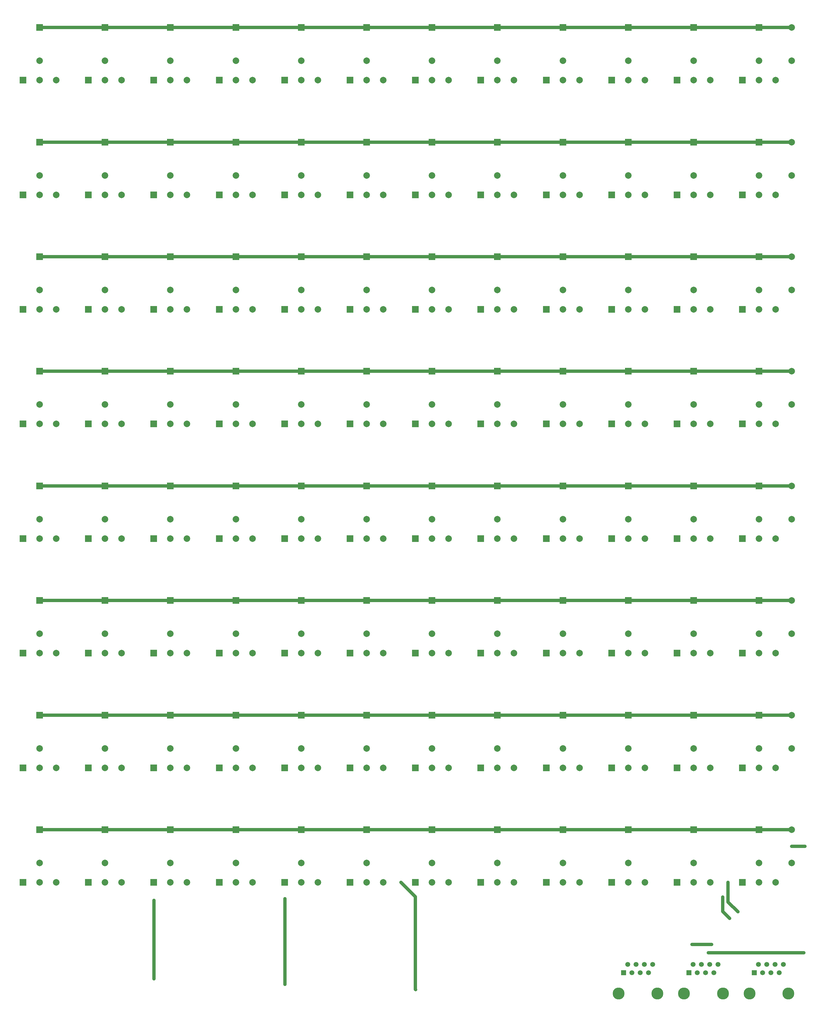
<source format=gbr>
%FSLAX46Y46*%
G04 Gerber Fmt 4.6, Leading zero omitted, Abs format (unit mm)*
G04 Created by KiCad (PCBNEW (2014-10-05 BZR 5164)-product) date Mon 03 Nov 2014 10:46:33 AM CET*
%MOMM*%
G01*
G04 APERTURE LIST*
%ADD10C,0.100000*%
%ADD11C,1.998980*%
%ADD12C,3.649980*%
%ADD13R,1.501140X1.501140*%
%ADD14C,1.501140*%
%ADD15R,1.998980X1.998980*%
%ADD16C,2.000000*%
%ADD17R,2.000000X2.000000*%
%ADD18C,0.889000*%
%ADD19C,1.016000*%
G04 APERTURE END LIST*
D10*
D11*
X419500000Y-279920000D03*
X419500000Y-290080000D03*
D12*
X418438520Y-365000000D03*
X406569100Y-365000000D03*
D13*
X408055000Y-358650000D03*
D14*
X409325000Y-356110000D03*
X410595000Y-358650000D03*
X411865000Y-356110000D03*
X413135000Y-358650000D03*
X414405000Y-356110000D03*
X415675000Y-358650000D03*
X416945000Y-356110000D03*
D12*
X398438520Y-365000000D03*
X386569100Y-365000000D03*
D13*
X388055000Y-358650000D03*
D14*
X389325000Y-356110000D03*
X390595000Y-358650000D03*
X391865000Y-356110000D03*
X393135000Y-358650000D03*
X394405000Y-356110000D03*
X395675000Y-358650000D03*
X396945000Y-356110000D03*
D11*
X189500000Y-325080000D03*
D15*
X189500000Y-314920000D03*
D11*
X189500000Y-290080000D03*
D15*
X189500000Y-279920000D03*
D11*
X189500000Y-255080000D03*
D15*
X189500000Y-244920000D03*
D11*
X189500000Y-220080000D03*
D15*
X189500000Y-209920000D03*
D11*
X189500000Y-185080000D03*
D15*
X189500000Y-174920000D03*
D11*
X189500000Y-150080000D03*
D15*
X189500000Y-139920000D03*
D11*
X189500000Y-115080000D03*
D15*
X189500000Y-104920000D03*
D11*
X189500000Y-80080000D03*
D15*
X189500000Y-69920000D03*
D11*
X209500000Y-325080000D03*
D15*
X209500000Y-314920000D03*
D11*
X209500000Y-290080000D03*
D15*
X209500000Y-279920000D03*
D11*
X209500000Y-255080000D03*
D15*
X209500000Y-244920000D03*
D11*
X209500000Y-220080000D03*
D15*
X209500000Y-209920000D03*
D11*
X209500000Y-185080000D03*
D15*
X209500000Y-174920000D03*
D11*
X209500000Y-150080000D03*
D15*
X209500000Y-139920000D03*
D11*
X209500000Y-115080000D03*
D15*
X209500000Y-104920000D03*
D11*
X209500000Y-80080000D03*
D15*
X209500000Y-69920000D03*
D11*
X229500000Y-325080000D03*
D15*
X229500000Y-314920000D03*
D11*
X229500000Y-290080000D03*
D15*
X229500000Y-279920000D03*
D11*
X229500000Y-255080000D03*
D15*
X229500000Y-244920000D03*
D11*
X229500000Y-220080000D03*
D15*
X229500000Y-209920000D03*
D11*
X229500000Y-185080000D03*
D15*
X229500000Y-174920000D03*
D11*
X229500000Y-150080000D03*
D15*
X229500000Y-139920000D03*
D11*
X229500000Y-115080000D03*
D15*
X229500000Y-104920000D03*
D11*
X229500000Y-80080000D03*
D15*
X229500000Y-69920000D03*
D11*
X249500000Y-325080000D03*
D15*
X249500000Y-314920000D03*
D11*
X249500000Y-290080000D03*
D15*
X249500000Y-279920000D03*
D11*
X249500000Y-255080000D03*
D15*
X249500000Y-244920000D03*
D11*
X249500000Y-220080000D03*
D15*
X249500000Y-209920000D03*
D11*
X249500000Y-185080000D03*
D15*
X249500000Y-174920000D03*
D11*
X249500000Y-150080000D03*
D15*
X249500000Y-139920000D03*
D11*
X249500000Y-115080000D03*
D15*
X249500000Y-104920000D03*
D11*
X249500000Y-80080000D03*
D15*
X249500000Y-69920000D03*
D11*
X269500000Y-325080000D03*
D15*
X269500000Y-314920000D03*
D11*
X269500000Y-290080000D03*
D15*
X269500000Y-279920000D03*
D11*
X269500000Y-255080000D03*
D15*
X269500000Y-244920000D03*
D11*
X269500000Y-220080000D03*
D15*
X269500000Y-209920000D03*
D11*
X269500000Y-185080000D03*
D15*
X269500000Y-174920000D03*
D11*
X269500000Y-150080000D03*
D15*
X269500000Y-139920000D03*
D11*
X269500000Y-115080000D03*
D15*
X269500000Y-104920000D03*
D11*
X269500000Y-80080000D03*
D15*
X269500000Y-69920000D03*
D11*
X289500000Y-325080000D03*
D15*
X289500000Y-314920000D03*
D11*
X289500000Y-290080000D03*
D15*
X289500000Y-279920000D03*
D11*
X289500000Y-255080000D03*
D15*
X289500000Y-244920000D03*
D11*
X289500000Y-220080000D03*
D15*
X289500000Y-209920000D03*
D11*
X289500000Y-185080000D03*
D15*
X289500000Y-174920000D03*
D11*
X289500000Y-150080000D03*
D15*
X289500000Y-139920000D03*
D11*
X289500000Y-115080000D03*
D15*
X289500000Y-104920000D03*
D11*
X289500000Y-80080000D03*
D15*
X289500000Y-69920000D03*
D11*
X309500000Y-325080000D03*
D15*
X309500000Y-314920000D03*
D11*
X309500000Y-290080000D03*
D15*
X309500000Y-279920000D03*
D11*
X309500000Y-255080000D03*
D15*
X309500000Y-244920000D03*
D11*
X309500000Y-220080000D03*
D15*
X309500000Y-209920000D03*
D11*
X309500000Y-185080000D03*
D15*
X309500000Y-174920000D03*
D11*
X309500000Y-150080000D03*
D15*
X309500000Y-139920000D03*
D11*
X309500000Y-115080000D03*
D15*
X309500000Y-104920000D03*
D11*
X309500000Y-80080000D03*
D15*
X309500000Y-69920000D03*
D11*
X329500000Y-325080000D03*
D15*
X329500000Y-314920000D03*
D11*
X329500000Y-290080000D03*
D15*
X329500000Y-279920000D03*
D11*
X329500000Y-255080000D03*
D15*
X329500000Y-244920000D03*
D11*
X329500000Y-220080000D03*
D15*
X329500000Y-209920000D03*
D11*
X329500000Y-185080000D03*
D15*
X329500000Y-174920000D03*
D11*
X329500000Y-150080000D03*
D15*
X329500000Y-139920000D03*
D11*
X329500000Y-115080000D03*
D15*
X329500000Y-104920000D03*
D11*
X329500000Y-80080000D03*
D15*
X329500000Y-69920000D03*
D11*
X349500000Y-325080000D03*
D15*
X349500000Y-314920000D03*
D11*
X349500000Y-290080000D03*
D15*
X349500000Y-279920000D03*
D11*
X349500000Y-255080000D03*
D15*
X349500000Y-244920000D03*
D11*
X349500000Y-220080000D03*
D15*
X349500000Y-209920000D03*
D11*
X349500000Y-185080000D03*
D15*
X349500000Y-174920000D03*
D11*
X349500000Y-150080000D03*
D15*
X349500000Y-139920000D03*
D11*
X349500000Y-115080000D03*
D15*
X349500000Y-104920000D03*
D11*
X349500000Y-80080000D03*
D15*
X349500000Y-69920000D03*
D11*
X369500000Y-325080000D03*
D15*
X369500000Y-314920000D03*
D11*
X369500000Y-290080000D03*
D15*
X369500000Y-279920000D03*
D11*
X369500000Y-255080000D03*
D15*
X369500000Y-244920000D03*
D11*
X369500000Y-220080000D03*
D15*
X369500000Y-209920000D03*
D11*
X369500000Y-185080000D03*
D15*
X369500000Y-174920000D03*
D11*
X369500000Y-150080000D03*
D15*
X369500000Y-139920000D03*
D11*
X369500000Y-115080000D03*
D15*
X369500000Y-104920000D03*
D11*
X369500000Y-80080000D03*
D15*
X369500000Y-69920000D03*
D11*
X389500000Y-325080000D03*
D15*
X389500000Y-314920000D03*
D11*
X389500000Y-290080000D03*
D15*
X389500000Y-279920000D03*
D11*
X389500000Y-255080000D03*
D15*
X389500000Y-244920000D03*
D11*
X389500000Y-220080000D03*
D15*
X389500000Y-209920000D03*
D11*
X389500000Y-185080000D03*
D15*
X389500000Y-174920000D03*
D11*
X389500000Y-150080000D03*
D15*
X389500000Y-139920000D03*
D11*
X389500000Y-115080000D03*
D15*
X389500000Y-104920000D03*
D11*
X389500000Y-80080000D03*
D15*
X389500000Y-69920000D03*
D11*
X409500000Y-325080000D03*
D15*
X409500000Y-314920000D03*
D11*
X409500000Y-290080000D03*
D15*
X409500000Y-279920000D03*
D11*
X409500000Y-255080000D03*
D15*
X409500000Y-244920000D03*
D11*
X409500000Y-220080000D03*
D15*
X409500000Y-209920000D03*
D11*
X409500000Y-185080000D03*
D15*
X409500000Y-174920000D03*
D11*
X409500000Y-150080000D03*
D15*
X409500000Y-139920000D03*
D11*
X409500000Y-115080000D03*
D15*
X409500000Y-104920000D03*
D11*
X409500000Y-80080000D03*
D15*
X409500000Y-69920000D03*
D12*
X378438520Y-365000000D03*
X366569100Y-365000000D03*
D13*
X368055000Y-358650000D03*
D14*
X369325000Y-356110000D03*
X370595000Y-358650000D03*
X371865000Y-356110000D03*
X373135000Y-358650000D03*
X374405000Y-356110000D03*
X375675000Y-358650000D03*
X376945000Y-356110000D03*
D11*
X419500000Y-314920000D03*
X419500000Y-325080000D03*
X419500000Y-244920000D03*
X419500000Y-255080000D03*
X419500000Y-209920000D03*
X419500000Y-220080000D03*
X419500000Y-174920000D03*
X419500000Y-185080000D03*
X419500000Y-139920000D03*
X419500000Y-150080000D03*
X419500000Y-104920000D03*
X419500000Y-115080000D03*
X419500000Y-69920000D03*
X419500000Y-80080000D03*
D16*
X189500000Y-331000000D03*
X194580000Y-331000000D03*
D17*
X184420000Y-331000000D03*
D16*
X189500000Y-296000000D03*
X194580000Y-296000000D03*
D17*
X184420000Y-296000000D03*
D16*
X189500000Y-261000000D03*
X194580000Y-261000000D03*
D17*
X184420000Y-261000000D03*
D16*
X189500000Y-226000000D03*
X194580000Y-226000000D03*
D17*
X184420000Y-226000000D03*
D16*
X189500000Y-191000000D03*
X194580000Y-191000000D03*
D17*
X184420000Y-191000000D03*
D16*
X189500000Y-156000000D03*
X194580000Y-156000000D03*
D17*
X184420000Y-156000000D03*
D16*
X189500000Y-121000000D03*
X194580000Y-121000000D03*
D17*
X184420000Y-121000000D03*
D16*
X189500000Y-86000000D03*
X194580000Y-86000000D03*
D17*
X184420000Y-86000000D03*
D16*
X209500000Y-331000000D03*
X214580000Y-331000000D03*
D17*
X204420000Y-331000000D03*
D16*
X209500000Y-296000000D03*
X214580000Y-296000000D03*
D17*
X204420000Y-296000000D03*
D16*
X209500000Y-261000000D03*
X214580000Y-261000000D03*
D17*
X204420000Y-261000000D03*
D16*
X209500000Y-226000000D03*
X214580000Y-226000000D03*
D17*
X204420000Y-226000000D03*
D16*
X209500000Y-191000000D03*
X214580000Y-191000000D03*
D17*
X204420000Y-191000000D03*
D16*
X209500000Y-156000000D03*
X214580000Y-156000000D03*
D17*
X204420000Y-156000000D03*
D16*
X209500000Y-121000000D03*
X214580000Y-121000000D03*
D17*
X204420000Y-121000000D03*
D16*
X209500000Y-86000000D03*
X214580000Y-86000000D03*
D17*
X204420000Y-86000000D03*
D16*
X229500000Y-331000000D03*
X234580000Y-331000000D03*
D17*
X224420000Y-331000000D03*
D16*
X229500000Y-296000000D03*
X234580000Y-296000000D03*
D17*
X224420000Y-296000000D03*
D16*
X229500000Y-261000000D03*
X234580000Y-261000000D03*
D17*
X224420000Y-261000000D03*
D16*
X229500000Y-226000000D03*
X234580000Y-226000000D03*
D17*
X224420000Y-226000000D03*
D16*
X229500000Y-191000000D03*
X234580000Y-191000000D03*
D17*
X224420000Y-191000000D03*
D16*
X229500000Y-156000000D03*
X234580000Y-156000000D03*
D17*
X224420000Y-156000000D03*
D16*
X229500000Y-121000000D03*
X234580000Y-121000000D03*
D17*
X224420000Y-121000000D03*
D16*
X229500000Y-86000000D03*
X234580000Y-86000000D03*
D17*
X224420000Y-86000000D03*
D16*
X249500000Y-331000000D03*
X254580000Y-331000000D03*
D17*
X244420000Y-331000000D03*
D16*
X249500000Y-296000000D03*
X254580000Y-296000000D03*
D17*
X244420000Y-296000000D03*
D16*
X249500000Y-261000000D03*
X254580000Y-261000000D03*
D17*
X244420000Y-261000000D03*
D16*
X249500000Y-226000000D03*
X254580000Y-226000000D03*
D17*
X244420000Y-226000000D03*
D16*
X249500000Y-191000000D03*
X254580000Y-191000000D03*
D17*
X244420000Y-191000000D03*
D16*
X249500000Y-156000000D03*
X254580000Y-156000000D03*
D17*
X244420000Y-156000000D03*
D16*
X249500000Y-121000000D03*
X254580000Y-121000000D03*
D17*
X244420000Y-121000000D03*
D16*
X249500000Y-86000000D03*
X254580000Y-86000000D03*
D17*
X244420000Y-86000000D03*
D16*
X269500000Y-331000000D03*
X274580000Y-331000000D03*
D17*
X264420000Y-331000000D03*
D16*
X269500000Y-296000000D03*
X274580000Y-296000000D03*
D17*
X264420000Y-296000000D03*
D16*
X269500000Y-261000000D03*
X274580000Y-261000000D03*
D17*
X264420000Y-261000000D03*
D16*
X269500000Y-226000000D03*
X274580000Y-226000000D03*
D17*
X264420000Y-226000000D03*
D16*
X269500000Y-191000000D03*
X274580000Y-191000000D03*
D17*
X264420000Y-191000000D03*
D16*
X269500000Y-156000000D03*
X274580000Y-156000000D03*
D17*
X264420000Y-156000000D03*
D16*
X269500000Y-121000000D03*
X274580000Y-121000000D03*
D17*
X264420000Y-121000000D03*
D16*
X269500000Y-86000000D03*
X274580000Y-86000000D03*
D17*
X264420000Y-86000000D03*
D16*
X289500000Y-331000000D03*
X294580000Y-331000000D03*
D17*
X284420000Y-331000000D03*
D16*
X289500000Y-296000000D03*
X294580000Y-296000000D03*
D17*
X284420000Y-296000000D03*
D16*
X289500000Y-261000000D03*
X294580000Y-261000000D03*
D17*
X284420000Y-261000000D03*
D16*
X289500000Y-226000000D03*
X294580000Y-226000000D03*
D17*
X284420000Y-226000000D03*
D16*
X289500000Y-191000000D03*
X294580000Y-191000000D03*
D17*
X284420000Y-191000000D03*
D16*
X289500000Y-156000000D03*
X294580000Y-156000000D03*
D17*
X284420000Y-156000000D03*
D16*
X289500000Y-121000000D03*
X294580000Y-121000000D03*
D17*
X284420000Y-121000000D03*
D16*
X289500000Y-86000000D03*
X294580000Y-86000000D03*
D17*
X284420000Y-86000000D03*
D16*
X309500000Y-331000000D03*
X314580000Y-331000000D03*
D17*
X304420000Y-331000000D03*
D16*
X309500000Y-296000000D03*
X314580000Y-296000000D03*
D17*
X304420000Y-296000000D03*
D16*
X309500000Y-261000000D03*
X314580000Y-261000000D03*
D17*
X304420000Y-261000000D03*
D16*
X309500000Y-226000000D03*
X314580000Y-226000000D03*
D17*
X304420000Y-226000000D03*
D16*
X309500000Y-191000000D03*
X314580000Y-191000000D03*
D17*
X304420000Y-191000000D03*
D16*
X309500000Y-156000000D03*
X314580000Y-156000000D03*
D17*
X304420000Y-156000000D03*
D16*
X309500000Y-121000000D03*
X314580000Y-121000000D03*
D17*
X304420000Y-121000000D03*
D16*
X309500000Y-86000000D03*
X314580000Y-86000000D03*
D17*
X304420000Y-86000000D03*
D16*
X329500000Y-331000000D03*
X334580000Y-331000000D03*
D17*
X324420000Y-331000000D03*
D16*
X329500000Y-296000000D03*
X334580000Y-296000000D03*
D17*
X324420000Y-296000000D03*
D16*
X329500000Y-261000000D03*
X334580000Y-261000000D03*
D17*
X324420000Y-261000000D03*
D16*
X329500000Y-226000000D03*
X334580000Y-226000000D03*
D17*
X324420000Y-226000000D03*
D16*
X329500000Y-191000000D03*
X334580000Y-191000000D03*
D17*
X324420000Y-191000000D03*
D16*
X329500000Y-156000000D03*
X334580000Y-156000000D03*
D17*
X324420000Y-156000000D03*
D16*
X329500000Y-121000000D03*
X334580000Y-121000000D03*
D17*
X324420000Y-121000000D03*
D16*
X329500000Y-86000000D03*
X334580000Y-86000000D03*
D17*
X324420000Y-86000000D03*
D16*
X349500000Y-331000000D03*
X354580000Y-331000000D03*
D17*
X344420000Y-331000000D03*
D16*
X349500000Y-296000000D03*
X354580000Y-296000000D03*
D17*
X344420000Y-296000000D03*
D16*
X349500000Y-261000000D03*
X354580000Y-261000000D03*
D17*
X344420000Y-261000000D03*
D16*
X349500000Y-226000000D03*
X354580000Y-226000000D03*
D17*
X344420000Y-226000000D03*
D16*
X349500000Y-191000000D03*
X354580000Y-191000000D03*
D17*
X344420000Y-191000000D03*
D16*
X349500000Y-156000000D03*
X354580000Y-156000000D03*
D17*
X344420000Y-156000000D03*
D16*
X349500000Y-121000000D03*
X354580000Y-121000000D03*
D17*
X344420000Y-121000000D03*
D16*
X349500000Y-86000000D03*
X354580000Y-86000000D03*
D17*
X344420000Y-86000000D03*
D16*
X369500000Y-331000000D03*
X374580000Y-331000000D03*
D17*
X364420000Y-331000000D03*
D16*
X369500000Y-296000000D03*
X374580000Y-296000000D03*
D17*
X364420000Y-296000000D03*
D16*
X369500000Y-261000000D03*
X374580000Y-261000000D03*
D17*
X364420000Y-261000000D03*
D16*
X369500000Y-226000000D03*
X374580000Y-226000000D03*
D17*
X364420000Y-226000000D03*
D16*
X369500000Y-191000000D03*
X374580000Y-191000000D03*
D17*
X364420000Y-191000000D03*
D16*
X369500000Y-156000000D03*
X374580000Y-156000000D03*
D17*
X364420000Y-156000000D03*
D16*
X369500000Y-121000000D03*
X374580000Y-121000000D03*
D17*
X364420000Y-121000000D03*
D16*
X369500000Y-86000000D03*
X374580000Y-86000000D03*
D17*
X364420000Y-86000000D03*
D16*
X389500000Y-331000000D03*
X394580000Y-331000000D03*
D17*
X384420000Y-331000000D03*
D16*
X389500000Y-296000000D03*
X394580000Y-296000000D03*
D17*
X384420000Y-296000000D03*
D16*
X389500000Y-261000000D03*
X394580000Y-261000000D03*
D17*
X384420000Y-261000000D03*
D16*
X389500000Y-226000000D03*
X394580000Y-226000000D03*
D17*
X384420000Y-226000000D03*
D16*
X389500000Y-191000000D03*
X394580000Y-191000000D03*
D17*
X384420000Y-191000000D03*
D16*
X389500000Y-156000000D03*
X394580000Y-156000000D03*
D17*
X384420000Y-156000000D03*
D16*
X389500000Y-121000000D03*
X394580000Y-121000000D03*
D17*
X384420000Y-121000000D03*
D16*
X389500000Y-86000000D03*
X394580000Y-86000000D03*
D17*
X384420000Y-86000000D03*
D16*
X409500000Y-331000000D03*
X414580000Y-331000000D03*
D17*
X404420000Y-331000000D03*
D16*
X409500000Y-296000000D03*
X414580000Y-296000000D03*
D17*
X404420000Y-296000000D03*
D16*
X409500000Y-261000000D03*
X414580000Y-261000000D03*
D17*
X404420000Y-261000000D03*
D16*
X409500000Y-226000000D03*
X414580000Y-226000000D03*
D17*
X404420000Y-226000000D03*
D16*
X409500000Y-191000000D03*
X414580000Y-191000000D03*
D17*
X404420000Y-191000000D03*
D16*
X409500000Y-156000000D03*
X414580000Y-156000000D03*
D17*
X404420000Y-156000000D03*
D16*
X409500000Y-121000000D03*
X414580000Y-121000000D03*
D17*
X404420000Y-121000000D03*
D16*
X409500000Y-86000000D03*
X414580000Y-86000000D03*
D17*
X404420000Y-86000000D03*
D18*
X403000000Y-340000000D03*
X400000000Y-331000000D03*
X398383990Y-335500000D03*
X400500000Y-342000000D03*
X389000000Y-350000000D03*
X395000000Y-350000000D03*
X423160001Y-352500000D03*
X394000000Y-352500000D03*
X419500000Y-320000000D03*
X423500000Y-320000000D03*
X224500000Y-336500000D03*
X224500000Y-360500000D03*
X264500000Y-362061081D03*
X264500000Y-336000000D03*
X304420000Y-363677091D03*
X300000000Y-331000000D03*
D19*
X409500000Y-314920000D02*
X419500000Y-314920000D01*
X189500000Y-314920000D02*
X409500000Y-314920000D01*
X409500000Y-279920000D02*
X419500000Y-279920000D01*
X189500000Y-279920000D02*
X409500000Y-279920000D01*
X400000000Y-337000000D02*
X400000000Y-331000000D01*
X403000000Y-340000000D02*
X400000000Y-337000000D01*
X409500000Y-244920000D02*
X419500000Y-244920000D01*
X189500000Y-244920000D02*
X409500000Y-244920000D01*
X409500000Y-209920000D02*
X419500000Y-209920000D01*
X189500000Y-209920000D02*
X409500000Y-209920000D01*
X398383990Y-337669373D02*
X398383990Y-335500000D01*
X400500000Y-342000000D02*
X398383991Y-339883991D01*
X398383991Y-339883991D02*
X398383990Y-337669373D01*
X409500000Y-174920000D02*
X419500000Y-174920000D01*
X189500000Y-174920000D02*
X409500000Y-174920000D01*
X409500000Y-139920000D02*
X419500000Y-139920000D01*
X189500000Y-139920000D02*
X409500000Y-139920000D01*
X409500000Y-104920000D02*
X419500000Y-104920000D01*
X189500000Y-104920000D02*
X409500000Y-104920000D01*
X409500000Y-69920000D02*
X419500000Y-69920000D01*
X189500000Y-69920000D02*
X409500000Y-69920000D01*
X395000000Y-350000000D02*
X389000000Y-350000000D01*
X394000000Y-352500000D02*
X423160001Y-352500000D01*
X423500000Y-320000000D02*
X419500000Y-320000000D01*
X224500000Y-360500000D02*
X224500000Y-336500000D01*
X264500000Y-362124581D02*
X264500000Y-362061081D01*
X264500000Y-362124581D02*
X264500000Y-336000000D01*
X304420000Y-363660591D02*
X304420000Y-363677091D01*
X304500000Y-363740591D02*
X304420000Y-363660591D01*
X304420000Y-363660591D02*
X304420000Y-335420000D01*
X304420000Y-335420000D02*
X300000000Y-331000000D01*
M02*

</source>
